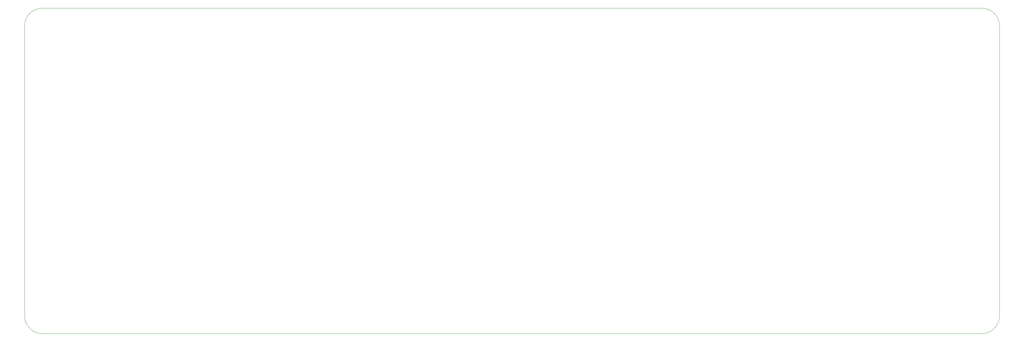
<source format=gbr>
G04 #@! TF.GenerationSoftware,KiCad,Pcbnew,(5.1.6)-1*
G04 #@! TF.CreationDate,2020-07-30T14:32:44-07:00*
G04 #@! TF.ProjectId,keyboard_test6,6b657962-6f61-4726-945f-74657374362e,rev?*
G04 #@! TF.SameCoordinates,Original*
G04 #@! TF.FileFunction,Profile,NP*
%FSLAX46Y46*%
G04 Gerber Fmt 4.6, Leading zero omitted, Abs format (unit mm)*
G04 Created by KiCad (PCBNEW (5.1.6)-1) date 2020-07-30 14:32:44*
%MOMM*%
%LPD*%
G01*
G04 APERTURE LIST*
G04 #@! TA.AperFunction,Profile*
%ADD10C,0.100000*%
G04 #@! TD*
G04 APERTURE END LIST*
D10*
X429703549Y-228365000D02*
G75*
G02*
X424622000Y-233572000I-5208549J0D01*
G01*
X424495000Y-138066451D02*
G75*
G02*
X429702000Y-143148000I0J-5208549D01*
G01*
X143696451Y-143275000D02*
G75*
G02*
X148778000Y-138068000I5208549J0D01*
G01*
X148905000Y-233573549D02*
G75*
G02*
X143698000Y-228492000I0J5208549D01*
G01*
X148778000Y-138068000D02*
X424495000Y-138066451D01*
X429702000Y-143148000D02*
X429703549Y-228365000D01*
X424622000Y-233572000D02*
X148905000Y-233573549D01*
X143698000Y-228492000D02*
X143696451Y-143275000D01*
M02*

</source>
